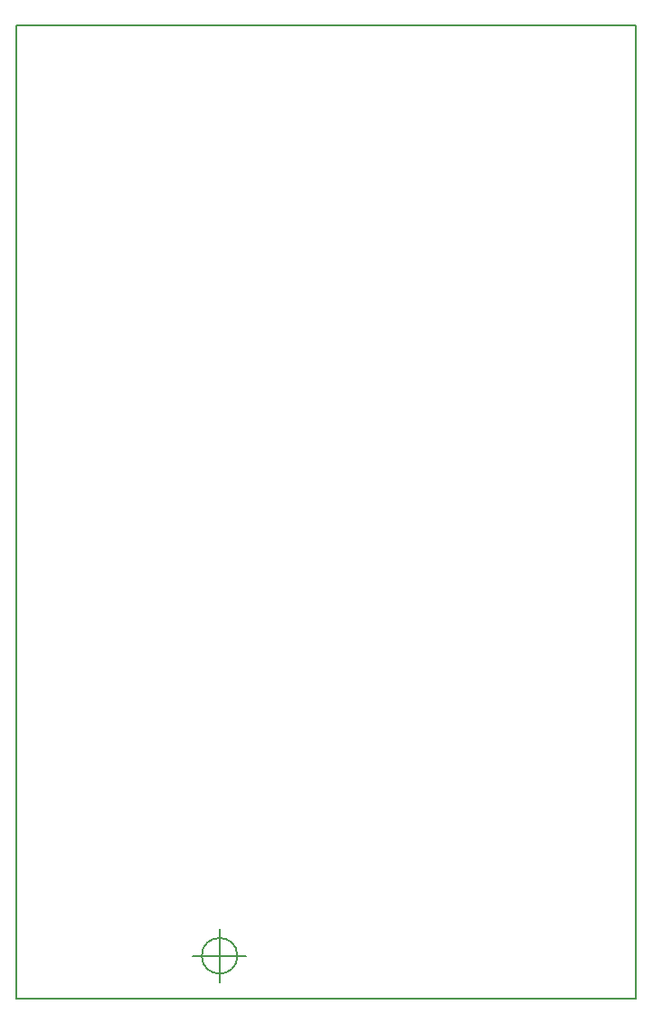
<source format=gbr>
G04 #@! TF.GenerationSoftware,KiCad,Pcbnew,6.0.7-f9a2dced07~116~ubuntu20.04.1*
G04 #@! TF.CreationDate,2022-10-13T01:02:27+01:00*
G04 #@! TF.ProjectId,OpenSpritzer_1.4,4f70656e-5370-4726-9974-7a65725f312e,rev?*
G04 #@! TF.SameCoordinates,Original*
G04 #@! TF.FileFunction,Profile,NP*
%FSLAX46Y46*%
G04 Gerber Fmt 4.6, Leading zero omitted, Abs format (unit mm)*
G04 Created by KiCad (PCBNEW 6.0.7-f9a2dced07~116~ubuntu20.04.1) date 2022-10-13 01:02:27*
%MOMM*%
%LPD*%
G01*
G04 APERTURE LIST*
G04 #@! TA.AperFunction,Profile*
%ADD10C,0.200000*%
G04 #@! TD*
G04 APERTURE END LIST*
D10*
X96000000Y-75950000D02*
X96000000Y-76950000D01*
X154000000Y-75950000D02*
X97000000Y-75950000D01*
X97000000Y-75950000D02*
X96000000Y-75950000D01*
X96000000Y-166950000D02*
X96000000Y-76950000D01*
X154000000Y-76950000D02*
X154000000Y-75950000D01*
X154000000Y-166950000D02*
X96000000Y-166950000D01*
X154000000Y-76950000D02*
X154000000Y-166950000D01*
X116666666Y-162950000D02*
G75*
G03*
X116666666Y-162950000I-1666666J0D01*
G01*
X112500000Y-162950000D02*
X117500000Y-162950000D01*
X115000000Y-160450000D02*
X115000000Y-165450000D01*
M02*

</source>
